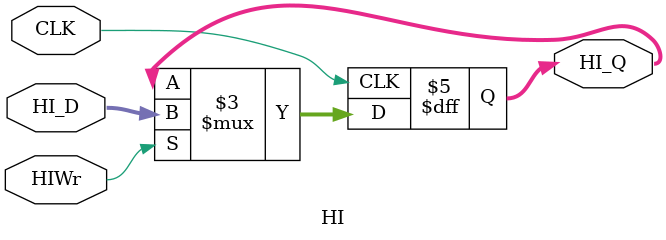
<source format=v>
`timescale 1ns / 1ps

module HI(
  input CLK,
  input HIWr,
  input [31:0] HI_D,
  output reg [31:0] HI_Q
    );
  always @(negedge CLK) 
    begin
        if(HIWr==1) HI_Q <= HI_D;
    end
endmodule

</source>
